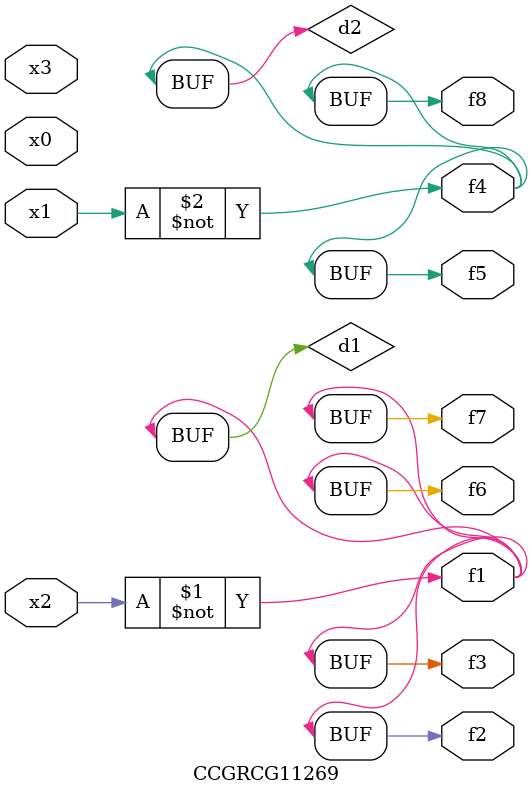
<source format=v>
module CCGRCG11269(
	input x0, x1, x2, x3,
	output f1, f2, f3, f4, f5, f6, f7, f8
);

	wire d1, d2;

	xnor (d1, x2);
	not (d2, x1);
	assign f1 = d1;
	assign f2 = d1;
	assign f3 = d1;
	assign f4 = d2;
	assign f5 = d2;
	assign f6 = d1;
	assign f7 = d1;
	assign f8 = d2;
endmodule

</source>
